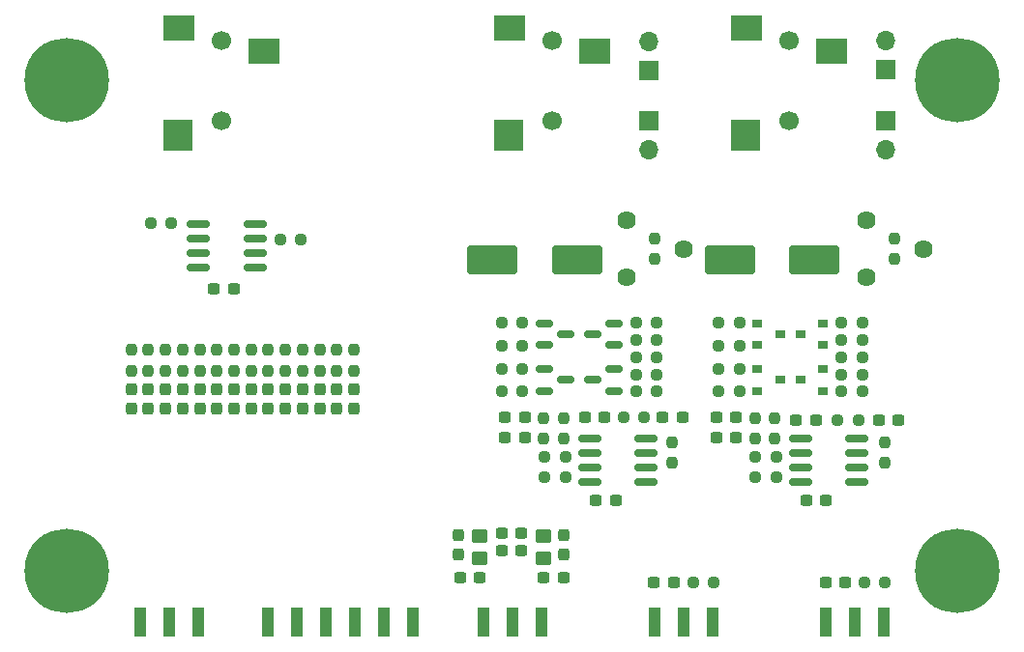
<source format=gbr>
%TF.GenerationSoftware,KiCad,Pcbnew,(6.0.0)*%
%TF.CreationDate,2022-06-06T22:40:39+03:00*%
%TF.ProjectId,analog_board,616e616c-6f67-45f6-926f-6172642e6b69,rev?*%
%TF.SameCoordinates,Original*%
%TF.FileFunction,Soldermask,Top*%
%TF.FilePolarity,Negative*%
%FSLAX46Y46*%
G04 Gerber Fmt 4.6, Leading zero omitted, Abs format (unit mm)*
G04 Created by KiCad (PCBNEW (6.0.0)) date 2022-06-06 22:40:39*
%MOMM*%
%LPD*%
G01*
G04 APERTURE LIST*
G04 Aperture macros list*
%AMRoundRect*
0 Rectangle with rounded corners*
0 $1 Rounding radius*
0 $2 $3 $4 $5 $6 $7 $8 $9 X,Y pos of 4 corners*
0 Add a 4 corners polygon primitive as box body*
4,1,4,$2,$3,$4,$5,$6,$7,$8,$9,$2,$3,0*
0 Add four circle primitives for the rounded corners*
1,1,$1+$1,$2,$3*
1,1,$1+$1,$4,$5*
1,1,$1+$1,$6,$7*
1,1,$1+$1,$8,$9*
0 Add four rect primitives between the rounded corners*
20,1,$1+$1,$2,$3,$4,$5,0*
20,1,$1+$1,$4,$5,$6,$7,0*
20,1,$1+$1,$6,$7,$8,$9,0*
20,1,$1+$1,$8,$9,$2,$3,0*%
G04 Aperture macros list end*
%ADD10RoundRect,0.237500X-0.237500X0.250000X-0.237500X-0.250000X0.237500X-0.250000X0.237500X0.250000X0*%
%ADD11RoundRect,0.237500X-0.250000X-0.237500X0.250000X-0.237500X0.250000X0.237500X-0.250000X0.237500X0*%
%ADD12RoundRect,0.237500X0.250000X0.237500X-0.250000X0.237500X-0.250000X-0.237500X0.250000X-0.237500X0*%
%ADD13R,1.000000X2.500000*%
%ADD14RoundRect,0.150000X-0.825000X-0.150000X0.825000X-0.150000X0.825000X0.150000X-0.825000X0.150000X0*%
%ADD15RoundRect,0.237500X0.300000X0.237500X-0.300000X0.237500X-0.300000X-0.237500X0.300000X-0.237500X0*%
%ADD16R,0.900000X0.800000*%
%ADD17C,7.400000*%
%ADD18RoundRect,0.250000X-1.950000X-1.000000X1.950000X-1.000000X1.950000X1.000000X-1.950000X1.000000X0*%
%ADD19RoundRect,0.237500X0.237500X-0.250000X0.237500X0.250000X-0.237500X0.250000X-0.237500X-0.250000X0*%
%ADD20RoundRect,0.237500X-0.300000X-0.237500X0.300000X-0.237500X0.300000X0.237500X-0.300000X0.237500X0*%
%ADD21RoundRect,0.237500X0.237500X-0.300000X0.237500X0.300000X-0.237500X0.300000X-0.237500X-0.300000X0*%
%ADD22C,1.700000*%
%ADD23R,2.800000X2.200000*%
%ADD24R,2.600000X2.800000*%
%ADD25RoundRect,0.150000X-0.587500X-0.150000X0.587500X-0.150000X0.587500X0.150000X-0.587500X0.150000X0*%
%ADD26RoundRect,0.237500X-0.237500X0.300000X-0.237500X-0.300000X0.237500X-0.300000X0.237500X0.300000X0*%
%ADD27RoundRect,0.150000X0.587500X0.150000X-0.587500X0.150000X-0.587500X-0.150000X0.587500X-0.150000X0*%
%ADD28RoundRect,0.250000X0.450000X-0.350000X0.450000X0.350000X-0.450000X0.350000X-0.450000X-0.350000X0*%
%ADD29RoundRect,0.250000X-0.450000X0.350000X-0.450000X-0.350000X0.450000X-0.350000X0.450000X0.350000X0*%
%ADD30C,1.620000*%
%ADD31R,1.700000X1.700000*%
%ADD32O,1.700000X1.700000*%
G04 APERTURE END LIST*
D10*
%TO.C,R37*%
X132150000Y-102612980D03*
X132150000Y-104437980D03*
%TD*%
%TO.C,R38*%
X129150000Y-102612980D03*
X129150000Y-104437980D03*
%TD*%
%TO.C,R39*%
X124650000Y-102612980D03*
X124650000Y-104437980D03*
%TD*%
%TO.C,R40*%
X123150000Y-102612980D03*
X123150000Y-104437980D03*
%TD*%
D11*
%TO.C,R47*%
X123337500Y-91500000D03*
X125162500Y-91500000D03*
%TD*%
D12*
%TO.C,R48*%
X136512500Y-92900000D03*
X134687500Y-92900000D03*
%TD*%
D10*
%TO.C,R41*%
X121650000Y-102612980D03*
X121650000Y-104437980D03*
%TD*%
%TO.C,R42*%
X126150000Y-102612980D03*
X126150000Y-104437980D03*
%TD*%
%TO.C,R43*%
X127650000Y-102612980D03*
X127650000Y-104437980D03*
%TD*%
%TO.C,R44*%
X130650000Y-102612980D03*
X130650000Y-104437980D03*
%TD*%
D13*
%TO.C,RV2*%
X187540000Y-126475000D03*
X185000000Y-126475000D03*
X182460000Y-126475000D03*
%TD*%
D14*
%TO.C,U3*%
X127525000Y-91595000D03*
X127525000Y-92865000D03*
X127525000Y-94135000D03*
X127525000Y-95405000D03*
X132475000Y-95405000D03*
X132475000Y-94135000D03*
X132475000Y-92865000D03*
X132475000Y-91595000D03*
%TD*%
D15*
%TO.C,C33*%
X130612500Y-97250000D03*
X128887500Y-97250000D03*
%TD*%
D16*
%TO.C,Q1*%
X182250000Y-102200000D03*
X182250000Y-100300000D03*
X180250000Y-101250000D03*
%TD*%
%TO.C,Q4*%
X176500000Y-100300000D03*
X176500000Y-102200000D03*
X178500000Y-101250000D03*
%TD*%
D11*
%TO.C,R7*%
X173087500Y-102250000D03*
X174912500Y-102250000D03*
%TD*%
D12*
%TO.C,R8*%
X174912500Y-104250000D03*
X173087500Y-104250000D03*
%TD*%
%TO.C,R10*%
X174912500Y-100250000D03*
X173087500Y-100250000D03*
%TD*%
%TO.C,R9*%
X174912500Y-106250000D03*
X173087500Y-106250000D03*
%TD*%
%TO.C,R2*%
X185662500Y-101750000D03*
X183837500Y-101750000D03*
%TD*%
D11*
%TO.C,R5*%
X183837500Y-100250000D03*
X185662500Y-100250000D03*
%TD*%
%TO.C,R1*%
X183837500Y-103250000D03*
X185662500Y-103250000D03*
%TD*%
%TO.C,R4*%
X183837500Y-104750000D03*
X185662500Y-104750000D03*
%TD*%
D17*
%TO.C,H1*%
X116000000Y-79000000D03*
%TD*%
%TO.C,H2*%
X194000000Y-122000000D03*
%TD*%
%TO.C,H3*%
X194000000Y-79000000D03*
%TD*%
%TO.C,H4*%
X116000000Y-122000000D03*
%TD*%
D18*
%TO.C,C7*%
X174050000Y-94750000D03*
X181450000Y-94750000D03*
%TD*%
D10*
%TO.C,R14*%
X177975000Y-108587500D03*
X177975000Y-110412500D03*
%TD*%
%TO.C,R6*%
X188500000Y-92837500D03*
X188500000Y-94662500D03*
%TD*%
D12*
%TO.C,R13*%
X178137500Y-112000000D03*
X176312500Y-112000000D03*
%TD*%
D11*
%TO.C,R3*%
X183837500Y-106250000D03*
X185662500Y-106250000D03*
%TD*%
%TO.C,R11*%
X176312500Y-113750000D03*
X178137500Y-113750000D03*
%TD*%
D19*
%TO.C,R16*%
X187600000Y-112512500D03*
X187600000Y-110687500D03*
%TD*%
D10*
%TO.C,R12*%
X176250000Y-108587500D03*
X176250000Y-110412500D03*
%TD*%
D15*
%TO.C,C10*%
X182462500Y-115800000D03*
X180737500Y-115800000D03*
%TD*%
D20*
%TO.C,C11*%
X179862500Y-108750000D03*
X181587500Y-108750000D03*
%TD*%
D16*
%TO.C,Q2*%
X182250000Y-106200000D03*
X182250000Y-104300000D03*
X180250000Y-105250000D03*
%TD*%
%TO.C,Q3*%
X176500000Y-104300000D03*
X176500000Y-106200000D03*
X178500000Y-105250000D03*
%TD*%
D20*
%TO.C,C9*%
X172887500Y-108500000D03*
X174612500Y-108500000D03*
%TD*%
D15*
%TO.C,C8*%
X174612500Y-110250000D03*
X172887500Y-110250000D03*
%TD*%
D14*
%TO.C,U1*%
X180250000Y-110345000D03*
X180250000Y-111615000D03*
X180250000Y-112885000D03*
X180250000Y-114155000D03*
X185200000Y-114155000D03*
X185200000Y-112885000D03*
X185200000Y-111615000D03*
X185200000Y-110345000D03*
%TD*%
D21*
%TO.C,C35*%
X139650000Y-107775480D03*
X139650000Y-106050480D03*
%TD*%
D12*
%TO.C,R32*%
X166562500Y-108500000D03*
X164737500Y-108500000D03*
%TD*%
D13*
%TO.C,RV4*%
X172540000Y-126475000D03*
X170000000Y-126475000D03*
X167460000Y-126475000D03*
%TD*%
D22*
%TO.C,J4*%
X129550000Y-82500000D03*
X129550000Y-75500000D03*
D23*
X125850000Y-74400000D03*
D24*
X125750000Y-83800000D03*
D23*
X133250000Y-76400000D03*
%TD*%
D15*
%TO.C,C13*%
X184162500Y-123000000D03*
X182437500Y-123000000D03*
%TD*%
D12*
%TO.C,R15*%
X185312500Y-108750000D03*
X183487500Y-108750000D03*
%TD*%
D15*
%TO.C,C20*%
X169162500Y-123000000D03*
X167437500Y-123000000D03*
%TD*%
D10*
%TO.C,R29*%
X157750000Y-108587500D03*
X157750000Y-110412500D03*
%TD*%
D11*
%TO.C,R28*%
X157837500Y-113750000D03*
X159662500Y-113750000D03*
%TD*%
D20*
%TO.C,C18*%
X161387500Y-108500000D03*
X163112500Y-108500000D03*
%TD*%
D13*
%TO.C,RV5*%
X127540000Y-126475000D03*
X125000000Y-126475000D03*
X122460000Y-126475000D03*
%TD*%
D11*
%TO.C,R17*%
X185837500Y-123000000D03*
X187662500Y-123000000D03*
%TD*%
D12*
%TO.C,R26*%
X155912500Y-106250000D03*
X154087500Y-106250000D03*
%TD*%
D21*
%TO.C,C25*%
X124650000Y-107775480D03*
X124650000Y-106050480D03*
%TD*%
D11*
%TO.C,R21*%
X165837500Y-104750000D03*
X167662500Y-104750000D03*
%TD*%
D14*
%TO.C,U2*%
X161775000Y-110345000D03*
X161775000Y-111615000D03*
X161775000Y-112885000D03*
X161775000Y-114155000D03*
X166725000Y-114155000D03*
X166725000Y-112885000D03*
X166725000Y-111615000D03*
X166725000Y-110345000D03*
%TD*%
D11*
%TO.C,R34*%
X170837500Y-123000000D03*
X172662500Y-123000000D03*
%TD*%
D21*
%TO.C,C30*%
X130650000Y-107775480D03*
X130650000Y-106050480D03*
%TD*%
D13*
%TO.C,J10*%
X157540000Y-126475000D03*
X155000000Y-126475000D03*
X152460000Y-126475000D03*
%TD*%
D20*
%TO.C,C2*%
X150475000Y-122600000D03*
X152200000Y-122600000D03*
%TD*%
%TO.C,C12*%
X187087500Y-108750000D03*
X188812500Y-108750000D03*
%TD*%
D11*
%TO.C,R20*%
X165837500Y-106250000D03*
X167662500Y-106250000D03*
%TD*%
D21*
%TO.C,C1*%
X150337500Y-120562500D03*
X150337500Y-118837500D03*
%TD*%
D25*
%TO.C,Q7*%
X157812500Y-104300000D03*
X157812500Y-106200000D03*
X159687500Y-105250000D03*
%TD*%
D21*
%TO.C,C26*%
X123150000Y-107775480D03*
X123150000Y-106050480D03*
%TD*%
D10*
%TO.C,R36*%
X135150000Y-102612980D03*
X135150000Y-104437980D03*
%TD*%
D25*
%TO.C,Q8*%
X157812500Y-100300000D03*
X157812500Y-102200000D03*
X159687500Y-101250000D03*
%TD*%
D12*
%TO.C,R25*%
X155912500Y-104250000D03*
X154087500Y-104250000D03*
%TD*%
D11*
%TO.C,R24*%
X154087500Y-102250000D03*
X155912500Y-102250000D03*
%TD*%
%TO.C,R22*%
X165837500Y-100250000D03*
X167662500Y-100250000D03*
%TD*%
D10*
%TO.C,R49*%
X141150000Y-102612980D03*
X141150000Y-104437980D03*
%TD*%
D26*
%TO.C,C5*%
X159537500Y-118837500D03*
X159537500Y-120562500D03*
%TD*%
D18*
%TO.C,C14*%
X153300000Y-94750000D03*
X160700000Y-94750000D03*
%TD*%
D19*
%TO.C,R33*%
X169000000Y-112512500D03*
X169000000Y-110687500D03*
%TD*%
D10*
%TO.C,R23*%
X167500000Y-92837500D03*
X167500000Y-94662500D03*
%TD*%
D12*
%TO.C,R30*%
X159662500Y-112000000D03*
X157837500Y-112000000D03*
%TD*%
D20*
%TO.C,C6*%
X157775000Y-122600000D03*
X159500000Y-122600000D03*
%TD*%
D15*
%TO.C,C15*%
X156112500Y-110250000D03*
X154387500Y-110250000D03*
%TD*%
D21*
%TO.C,C24*%
X129150000Y-107775480D03*
X129150000Y-106050480D03*
%TD*%
%TO.C,C31*%
X133650000Y-107775480D03*
X133650000Y-106050480D03*
%TD*%
D27*
%TO.C,Q5*%
X163937500Y-102200000D03*
X163937500Y-100300000D03*
X162062500Y-101250000D03*
%TD*%
D22*
%TO.C,J8*%
X158500000Y-82500000D03*
X158500000Y-75500000D03*
D23*
X154800000Y-74400000D03*
D24*
X154700000Y-83800000D03*
D23*
X162200000Y-76400000D03*
%TD*%
D10*
%TO.C,R35*%
X138150000Y-102612980D03*
X138150000Y-104437980D03*
%TD*%
D12*
%TO.C,R27*%
X155912500Y-100250000D03*
X154087500Y-100250000D03*
%TD*%
D20*
%TO.C,C3*%
X154075000Y-120200000D03*
X155800000Y-120200000D03*
%TD*%
D21*
%TO.C,C22*%
X135150000Y-107775480D03*
X135150000Y-106050480D03*
%TD*%
%TO.C,C29*%
X127650000Y-107775480D03*
X127650000Y-106050480D03*
%TD*%
%TO.C,C27*%
X121650000Y-107775480D03*
X121650000Y-106050480D03*
%TD*%
D28*
%TO.C,FB2*%
X157737500Y-120900000D03*
X157737500Y-118900000D03*
%TD*%
D13*
%TO.C,J1*%
X146350000Y-126475000D03*
X143810000Y-126475000D03*
X141270000Y-126475000D03*
X138730000Y-126475000D03*
X136190000Y-126475000D03*
X133650000Y-126475000D03*
%TD*%
D20*
%TO.C,C19*%
X168187500Y-108500000D03*
X169912500Y-108500000D03*
%TD*%
D10*
%TO.C,R45*%
X133650000Y-102612980D03*
X133650000Y-104437980D03*
%TD*%
D21*
%TO.C,C32*%
X136650000Y-107775480D03*
X136650000Y-106050480D03*
%TD*%
D15*
%TO.C,C17*%
X164062500Y-115800000D03*
X162337500Y-115800000D03*
%TD*%
D10*
%TO.C,R31*%
X159500000Y-108587500D03*
X159500000Y-110412500D03*
%TD*%
D11*
%TO.C,R18*%
X165837500Y-103250000D03*
X167662500Y-103250000D03*
%TD*%
D21*
%TO.C,C34*%
X141150000Y-107775480D03*
X141150000Y-106050480D03*
%TD*%
%TO.C,C28*%
X126150000Y-107775480D03*
X126150000Y-106050480D03*
%TD*%
D29*
%TO.C,FB1*%
X152137500Y-118900000D03*
X152137500Y-120900000D03*
%TD*%
D20*
%TO.C,C16*%
X154387500Y-108500000D03*
X156112500Y-108500000D03*
%TD*%
D12*
%TO.C,R19*%
X167662500Y-101750000D03*
X165837500Y-101750000D03*
%TD*%
D21*
%TO.C,C21*%
X138150000Y-107775480D03*
X138150000Y-106050480D03*
%TD*%
D27*
%TO.C,Q6*%
X163937500Y-106200000D03*
X163937500Y-104300000D03*
X162062500Y-105250000D03*
%TD*%
D21*
%TO.C,C23*%
X132150000Y-107775480D03*
X132150000Y-106050480D03*
%TD*%
D20*
%TO.C,C4*%
X154075000Y-118700000D03*
X155800000Y-118700000D03*
%TD*%
D22*
%TO.C,J7*%
X179250000Y-75500000D03*
X179250000Y-82500000D03*
D23*
X175550000Y-74400000D03*
D24*
X175450000Y-83800000D03*
D23*
X182950000Y-76400000D03*
%TD*%
D10*
%TO.C,R50*%
X139650000Y-102612980D03*
X139650000Y-104437980D03*
%TD*%
%TO.C,R46*%
X136650000Y-102612980D03*
X136650000Y-104437980D03*
%TD*%
D30*
%TO.C,RV1*%
X186000000Y-91250000D03*
X191000000Y-93750000D03*
X186000000Y-96250000D03*
%TD*%
%TO.C,RV3*%
X165000000Y-91250000D03*
X170000000Y-93750000D03*
X165000000Y-96250000D03*
%TD*%
D31*
%TO.C,J2*%
X187750000Y-82500000D03*
D32*
X187750000Y-85040000D03*
%TD*%
D31*
%TO.C,J6*%
X167000000Y-78075000D03*
D32*
X167000000Y-75535000D03*
%TD*%
D31*
%TO.C,J3*%
X167000000Y-82500000D03*
D32*
X167000000Y-85040000D03*
%TD*%
D31*
%TO.C,J5*%
X187750000Y-78040000D03*
D32*
X187750000Y-75500000D03*
%TD*%
M02*

</source>
